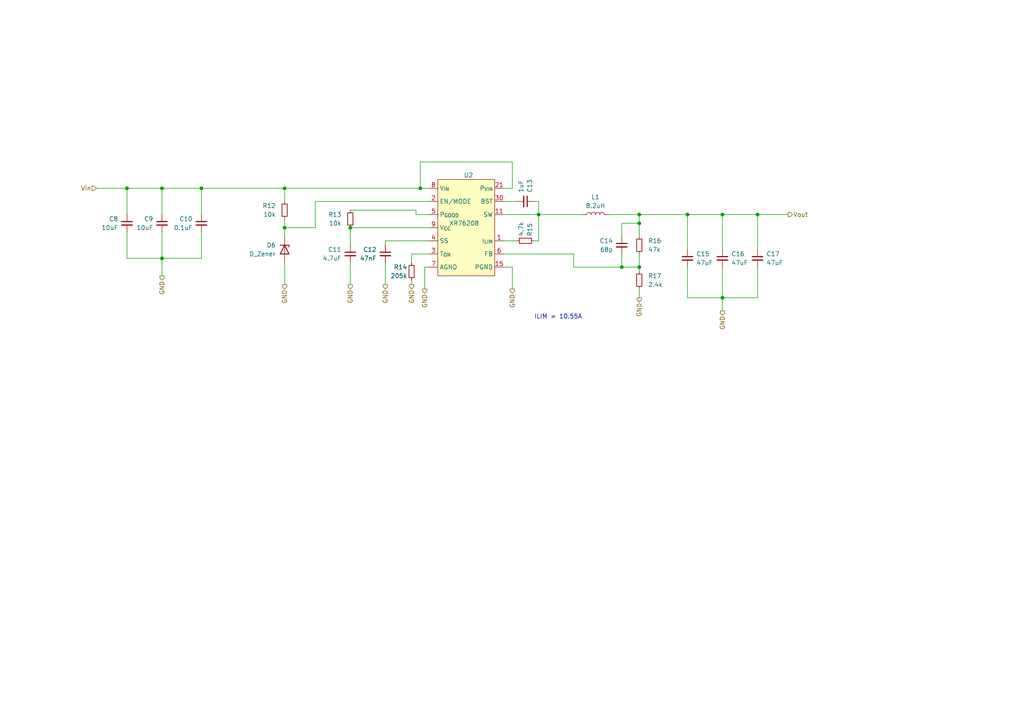
<source format=kicad_sch>
(kicad_sch (version 20230121) (generator eeschema)
  (paper "A4")
  (lib_symbols
    (symbol "Device:C_Small" (pin_numbers hide) (pin_names (offset 0.254) hide)
      (property "Reference" "C" (at 0.254 1.778 0))
      (property "Value" "C_Small" (at 0.254 -2.032 0))
      (symbol "C_Small_0_1"
        (polyline (pts (xy -1.524 -0.508) (xy 1.524 -0.508)) (stroke (width 0.3302)))
        (polyline (pts (xy -1.524 0.508) (xy 1.524 0.508)) (stroke (width 0.3048)))
      )
      (symbol "C_Small_1_1"
        (pin passive line (at 0 2.54 270) (length 2.032) (name "~") (number "1"))
        (pin passive line (at 0 -2.54 90) (length 2.032) (name "~") (number "2"))
      )
    )
    (symbol "Device:D_Zener" (pin_numbers hide) (pin_names (offset 1.016) hide)
      (property "Reference" "D" (at 0 2.54 0))
      (property "Value" "D_Zener" (at 0 -2.54 0))
      (symbol "D_Zener_0_1"
        (polyline (pts (xy 1.27 0) (xy -1.27 0)))
        (polyline (pts (xy -1.27 -1.27) (xy -1.27 1.27) (xy -0.762 1.27)) (stroke (width 0.254)))
        (polyline (pts (xy 1.27 -1.27) (xy 1.27 1.27) (xy -1.27 0) (xy 1.27 -1.27)) (stroke (width 0.254)))
      )
      (symbol "D_Zener_1_1"
        (pin passive line (at -3.81 0 0) (length 2.54) (name "K") (number "1"))
        (pin passive line (at 3.81 0 180) (length 2.54) (name "A") (number "2"))
      )
    )
    (symbol "Device:L" (pin_numbers hide) (pin_names (offset 1.016) hide)
      (property "Reference" "L" (at -1.27 0 90))
      (property "Value" "L" (at 1.905 0 90))
      (symbol "L_0_1"
        (arc (start 0 -2.54) (mid 0.6323 -1.905) (end 0 -1.27))
        (arc (start 0 -1.27) (mid 0.6323 -0.635) (end 0 0))
        (arc (start 0 0) (mid 0.6323 0.635) (end 0 1.27))
        (arc (start 0 1.27) (mid 0.6323 1.905) (end 0 2.54))
      )
      (symbol "L_1_1"
        (pin passive line (at 0 3.81 270) (length 1.27) (name "1") (number "1"))
        (pin passive line (at 0 -3.81 90) (length 1.27) (name "2") (number "2"))
      )
    )
    (symbol "Device:R_Small" (pin_numbers hide) (pin_names (offset 0.254) hide)
      (property "Reference" "R" (at 0.762 0.508 0))
      (property "Value" "R_Small" (at 0.762 -1.016 0))
      (symbol "R_Small_0_1"
        (rectangle (start -0.762 1.778) (end 0.762 -1.778) (stroke (width 0.2032)))
      )
      (symbol "R_Small_1_1"
        (pin passive line (at 0 2.54 270) (length 0.762) (name "~") (number "1"))
        (pin passive line (at 0 -2.54 90) (length 0.762) (name "~") (number "2"))
      )
    )
    (symbol "RDC_generic:XR76208"
      (property "Reference" "U" (at 0 13.97 0))
      (symbol "XR76208_1_1"
        (rectangle (start -8.89 12.7) (end 7.62 -15.24) (fill (type background)))
        (pin input line (at 10.16 -5.08 180) (length 2.54) (name "I_{LIM}") (number "1"))
        (pin input line (at -11.43 -12.7 0) (length 2.54) hide (name "AGND") (number "10"))
        (pin input line (at 10.16 2.54 180) (length 2.54) (name "SW") (number "11"))
        (pin input line (at 10.16 2.54 180) (length 2.54) hide (name "SW") (number "12"))
        (pin input line (at 10.16 2.54 180) (length 2.54) hide (name "SW") (number "13"))
        (pin input line (at 10.16 2.54 180) (length 2.54) hide (name "SW") (number "14"))
        (pin input line (at 10.16 -12.7 180) (length 2.54) (name "PGND") (number "15"))
        (pin input line (at 10.16 -12.7 180) (length 2.54) hide (name "PGND") (number "16"))
        (pin input line (at 10.16 -12.7 180) (length 2.54) hide (name "PGND") (number "17"))
        (pin input line (at 10.16 -12.7 180) (length 2.54) hide (name "PGND") (number "18"))
        (pin input line (at 10.16 -12.7 180) (length 2.54) hide (name "PGND") (number "19"))
        (pin input line (at -11.43 6.35 0) (length 2.54) (name "EN/MODE") (number "2"))
        (pin no_connect line (at 10.16 -1.27 180) (length 2.54) hide (name "SW") (number "20"))
        (pin input line (at 10.16 10.16 180) (length 2.54) (name "P_{VIN}") (number "21"))
        (pin input line (at 10.16 10.16 180) (length 2.54) hide (name "P_{VIN}") (number "22"))
        (pin input line (at 10.16 10.16 180) (length 2.54) hide (name "P_{VIN}") (number "23"))
        (pin input line (at 10.16 10.16 180) (length 2.54) hide (name "P_{VIN}") (number "24"))
        (pin input line (at 10.16 10.16 180) (length 2.54) hide (name "P_{VIN}") (number "25"))
        (pin input line (at 10.16 10.16 180) (length 2.54) hide (name "P_{VIN}") (number "26"))
        (pin input line (at 10.16 10.16 180) (length 2.54) hide (name "P_{VIN}") (number "27"))
        (pin input line (at 10.16 10.16 180) (length 2.54) hide (name "P_{VIN}") (number "28"))
        (pin input line (at 10.16 2.54 180) (length 2.54) hide (name "SW") (number "29"))
        (pin input line (at -11.43 -8.89 0) (length 2.54) (name "T_{ON}") (number "3"))
        (pin input line (at 10.16 6.35 180) (length 2.54) (name "BST") (number "30"))
        (pin input line (at -11.43 -5.08 0) (length 2.54) (name "SS") (number "4"))
        (pin input line (at -11.43 2.54 0) (length 2.54) (name "P_{GOOD}") (number "5"))
        (pin input line (at 10.16 -8.89 180) (length 2.54) (name "FB") (number "6"))
        (pin input line (at -11.43 -12.7 0) (length 2.54) (name "AGND") (number "7"))
        (pin input line (at -11.43 10.16 0) (length 2.54) (name "V_{IN}") (number "8"))
        (pin input line (at -11.43 -1.27 0) (length 2.54) (name "V_{CC}") (number "9"))
        (pin input line (at -11.43 -12.7 0) (length 2.54) hide (name "AGND") (number "AGND"))
        (pin input line (at 10.16 -12.7 180) (length 2.54) hide (name "PGND") (number "PGND"))
        (pin input line (at 10.16 10.16 180) (length 2.54) hide (name "P_{VIN}") (number "PVIN"))
        (pin input line (at 10.16 2.54 180) (length 2.54) hide (name "SW") (number "SW"))
      )
    )
  )
  (junction (at 180.34 77.47))
  (junction (at 82.55 54.61))
  (junction (at 219.71 62.23))
  (junction (at 46.99 54.61))
  (junction (at 121.92 54.61))
  (junction (at 185.42 77.47))
  (junction (at 209.55 86.36))
  (junction (at 46.99 74.93))
  (junction (at 209.55 62.23))
  (junction (at 82.55 66.04))
  (junction (at 58.42 54.61))
  (junction (at 185.42 64.77))
  (junction (at 156.21 62.23))
  (junction (at 36.83 54.61))
  (junction (at 199.39 62.23))
  (junction (at 101.6 66.04))
  (junction (at 185.42 62.23))
  (wire (pts (xy 120.65 60.96) (xy 120.65 62.23)))
  (wire (pts (xy 180.34 73.66) (xy 180.34 77.47)))
  (wire (pts (xy 166.37 77.47) (xy 180.34 77.47)))
  (wire (pts (xy 180.34 64.77) (xy 180.34 68.58)))
  (wire (pts (xy 27.94 54.61) (xy 36.83 54.61)))
  (wire (pts (xy 156.21 58.42) (xy 156.21 62.23)))
  (wire (pts (xy 185.42 83.82) (xy 185.42 86.36)))
  (wire (pts (xy 124.46 54.61) (xy 121.92 54.61)))
  (wire (pts (xy 185.42 64.77) (xy 185.42 68.58)))
  (wire (pts (xy 124.46 77.47) (xy 123.19 77.47)))
  (wire (pts (xy 82.55 66.04) (xy 91.44 66.04)))
  (wire (pts (xy 46.99 74.93) (xy 58.42 74.93)))
  (wire (pts (xy 154.94 58.42) (xy 156.21 58.42)))
  (wire (pts (xy 199.39 62.23) (xy 209.55 62.23)))
  (wire (pts (xy 219.71 77.47) (xy 219.71 86.36)))
  (wire (pts (xy 124.46 69.85) (xy 111.76 69.85)))
  (wire (pts (xy 185.42 62.23) (xy 176.53 62.23)))
  (wire (pts (xy 146.05 69.85) (xy 149.86 69.85)))
  (wire (pts (xy 58.42 54.61) (xy 58.42 62.23)))
  (wire (pts (xy 36.83 54.61) (xy 36.83 62.23)))
  (wire (pts (xy 123.19 77.47) (xy 123.19 83.82)))
  (wire (pts (xy 101.6 66.04) (xy 124.46 66.04)))
  (wire (pts (xy 111.76 76.2) (xy 111.76 82.55)))
  (wire (pts (xy 101.6 60.96) (xy 120.65 60.96)))
  (wire (pts (xy 185.42 62.23) (xy 185.42 64.77)))
  (wire (pts (xy 219.71 86.36) (xy 209.55 86.36)))
  (wire (pts (xy 119.38 81.28) (xy 119.38 82.55)))
  (wire (pts (xy 82.55 54.61) (xy 121.92 54.61)))
  (wire (pts (xy 58.42 54.61) (xy 82.55 54.61)))
  (wire (pts (xy 219.71 62.23) (xy 209.55 62.23)))
  (wire (pts (xy 209.55 86.36) (xy 199.39 86.36)))
  (wire (pts (xy 124.46 58.42) (xy 91.44 58.42)))
  (wire (pts (xy 82.55 68.58) (xy 82.55 66.04)))
  (wire (pts (xy 119.38 76.2) (xy 119.38 73.66)))
  (wire (pts (xy 58.42 74.93) (xy 58.42 67.31)))
  (wire (pts (xy 199.39 62.23) (xy 199.39 72.39)))
  (wire (pts (xy 46.99 54.61) (xy 58.42 54.61)))
  (wire (pts (xy 219.71 62.23) (xy 228.6 62.23)))
  (wire (pts (xy 146.05 58.42) (xy 149.86 58.42)))
  (wire (pts (xy 121.92 46.99) (xy 121.92 54.61)))
  (wire (pts (xy 111.76 69.85) (xy 111.76 71.12)))
  (wire (pts (xy 82.55 63.5) (xy 82.55 66.04)))
  (wire (pts (xy 180.34 64.77) (xy 185.42 64.77)))
  (wire (pts (xy 209.55 86.36) (xy 209.55 90.17)))
  (wire (pts (xy 82.55 76.2) (xy 82.55 82.55)))
  (wire (pts (xy 166.37 73.66) (xy 166.37 77.47)))
  (wire (pts (xy 82.55 54.61) (xy 82.55 58.42)))
  (wire (pts (xy 46.99 74.93) (xy 46.99 80.01)))
  (wire (pts (xy 146.05 54.61) (xy 148.59 54.61)))
  (wire (pts (xy 148.59 54.61) (xy 148.59 46.99)))
  (wire (pts (xy 36.83 74.93) (xy 46.99 74.93)))
  (wire (pts (xy 199.39 77.47) (xy 199.39 86.36)))
  (wire (pts (xy 148.59 46.99) (xy 121.92 46.99)))
  (wire (pts (xy 119.38 73.66) (xy 124.46 73.66)))
  (wire (pts (xy 154.94 69.85) (xy 156.21 69.85)))
  (wire (pts (xy 185.42 73.66) (xy 185.42 77.47)))
  (wire (pts (xy 46.99 54.61) (xy 46.99 62.23)))
  (wire (pts (xy 209.55 77.47) (xy 209.55 86.36)))
  (wire (pts (xy 101.6 76.2) (xy 101.6 82.55)))
  (wire (pts (xy 185.42 62.23) (xy 199.39 62.23)))
  (wire (pts (xy 46.99 67.31) (xy 46.99 74.93)))
  (wire (pts (xy 156.21 62.23) (xy 156.21 69.85)))
  (wire (pts (xy 36.83 67.31) (xy 36.83 74.93)))
  (wire (pts (xy 146.05 77.47) (xy 148.59 77.47)))
  (wire (pts (xy 219.71 72.39) (xy 219.71 62.23)))
  (wire (pts (xy 146.05 73.66) (xy 166.37 73.66)))
  (wire (pts (xy 91.44 58.42) (xy 91.44 66.04)))
  (wire (pts (xy 209.55 62.23) (xy 209.55 72.39)))
  (wire (pts (xy 36.83 54.61) (xy 46.99 54.61)))
  (wire (pts (xy 185.42 78.74) (xy 185.42 77.47)))
  (wire (pts (xy 101.6 71.12) (xy 101.6 66.04)))
  (wire (pts (xy 156.21 62.23) (xy 168.91 62.23)))
  (wire (pts (xy 120.65 62.23) (xy 124.46 62.23)))
  (wire (pts (xy 180.34 77.47) (xy 185.42 77.47)))
  (wire (pts (xy 148.59 77.47) (xy 148.59 83.82)))
  (wire (pts (xy 146.05 62.23) (xy 156.21 62.23)))
  (text "ILIM = 10.55A" (at 154.94 92.71 0) (effects (font (size 1.27 1.27)) (justify left bottom)))
  (hierarchical_label "GND" (shape output) (at 111.76 82.55 270))
  (hierarchical_label "GND" (shape output) (at 82.55 82.55 270))
  (hierarchical_label "GND" (shape output) (at 119.38 82.55 270))
  (hierarchical_label "GND" (shape output) (at 209.55 90.17 270))
  (hierarchical_label "GND" (shape output) (at 148.59 83.82 270))
  (hierarchical_label "GND" (shape output) (at 123.19 83.82 270))
  (hierarchical_label "Vout" (shape output) (at 228.6 62.23 0))
  (hierarchical_label "GND" (shape output) (at 101.6 82.55 270))
  (hierarchical_label "GND" (shape output) (at 185.42 86.36 270))
  (hierarchical_label "Vin" (shape input) (at 27.94 54.61 180))
  (hierarchical_label "GND" (shape output) (at 46.99 80.01 270))
  (symbol (lib_id "Device:C_Small") (at 219.71 74.93 0) (mirror y) (unit 1)
    (property "Reference" "C17" (at 222.25 73.6663 0) (effects (justify right)))
    (property "Value" "47uF" (at 222.25 76.2063 0) (effects (justify right)))
    (property "Footprint" "Capacitor_SMD:C_1210_3225Metric" (effects hide))
    (property "LCSC" "C90142" (effects hide))
  )
  (symbol (lib_id "Device:C_Small") (at 209.55 74.93 0) (mirror y) (unit 1)
    (property "Reference" "C16" (at 212.09 73.6663 0) (effects (justify right)))
    (property "Value" "47uF" (at 212.09 76.2063 0) (effects (justify right)))
    (property "Footprint" "Capacitor_SMD:C_1210_3225Metric" (effects hide))
    (property "LCSC" "C90142" (effects hide))
  )
  (symbol (lib_id "Device:C_Small") (at 199.39 74.93 0) (mirror y) (unit 1)
    (property "Reference" "C15" (at 201.93 73.6663 0) (effects (justify right)))
    (property "Value" "47uF" (at 201.93 76.2063 0) (effects (justify right)))
    (property "Footprint" "Capacitor_SMD:C_1210_3225Metric" (effects hide))
    (property "LCSC" "C90142" (effects hide))
  )
  (symbol (lib_id "Device:R_Small") (at 82.55 60.96 0) (unit 1)
    (property "Reference" "R12" (at 80.01 59.69 0) (effects (justify right)))
    (property "Value" "10k" (at 80.01 62.23 0) (effects (justify right)))
    (property "Footprint" "Resistor_SMD:R_0402_1005Metric" (effects hide))
    (property "LCSC" "C25744" (effects hide))
  )
  (symbol (lib_id "Device:R_Small") (at 185.42 81.28 0) (mirror y) (unit 1)
    (property "Reference" "R17" (at 187.96 80.01 0) (effects (justify right)))
    (property "Value" "2.4k" (at 187.96 82.55 0) (effects (justify right)))
    (property "Footprint" "Resistor_SMD:R_0402_1005Metric" (effects hide))
    (property "LCSC" "C25882" (effects hide))
  )
  (symbol (lib_id "Device:C_Small") (at 111.76 73.66 0) (unit 1)
    (property "Reference" "C12" (at 109.22 72.3963 0) (effects (justify right)))
    (property "Value" "47nF" (at 109.22 74.9363 0) (effects (justify right)))
    (property "Footprint" "Capacitor_SMD:C_0603_1608Metric" (effects hide))
    (property "LCSC" "C1622" (effects hide))
  )
  (symbol (lib_id "RDC_generic:XR76208") (at 135.89 64.77 0) (unit 1)
    (property "Reference" "U2" (at 135.89 50.8 0))
    (property "Value" "XR76208" (at 134.62 64.77 0))
    (property "Footprint" "RDC_generic:XR76208" (effects hide))
    (property "LCSC" "C555356" (effects hide))
    (property "FT Rotation Offset" "90" (effects hide))
  )
  (symbol (lib_id "Device:R_Small") (at 152.4 69.85 270) (unit 1)
    (property "Reference" "R15" (at 153.67 68.58 0) (effects (justify right)))
    (property "Value" "4.7k" (at 151.13 68.58 0) (effects (justify right)))
    (property "Footprint" "Resistor_SMD:R_0402_1005Metric" (effects hide))
    (property "LCSC" "C25900" (effects hide))
  )
  (symbol (lib_id "Device:C_Small") (at 36.83 64.77 0) (unit 1)
    (property "Reference" "C8" (at 34.29 63.5063 0) (effects (justify right)))
    (property "Value" "10uF" (at 34.29 66.0463 0) (effects (justify right)))
    (property "Footprint" "Capacitor_SMD:C_1210_3225Metric" (effects hide))
    (property "LCSC" "C337485" (effects hide))
  )
  (symbol (lib_id "Device:R_Small") (at 119.38 78.74 0) (unit 1)
    (property "Reference" "R14" (at 118.11 77.47 0) (effects (justify right)))
    (property "Value" "205k" (at 118.11 80.01 0) (effects (justify right)))
    (property "Footprint" "Resistor_SMD:R_0402_1005Metric" (effects hide))
    (property "LCSC" "C226887" (effects hide))
  )
  (symbol (lib_id "Device:D_Zener") (at 82.55 72.39 270) (unit 1)
    (property "Reference" "D6" (at 80.01 71.12 90) (effects (justify right)))
    (property "Value" "D_Zener" (at 80.01 73.66 90) (effects (justify right)))
    (property "Footprint" "Diode_SMD:D_SOD-123" (effects hide))
    (property "LCSC" "C19077392" (effects hide))
  )
  (symbol (lib_id "Device:R_Small") (at 185.42 71.12 0) (mirror y) (unit 1)
    (property "Reference" "R16" (at 187.96 69.85 0) (effects (justify right)))
    (property "Value" "47k" (at 187.96 72.39 0) (effects (justify right)))
    (property "Footprint" "Resistor_SMD:R_0402_1005Metric" (effects hide))
    (property "LCSC" "C25792" (effects hide))
  )
  (symbol (lib_id "Device:R_Small") (at 101.6 63.5 0) (unit 1)
    (property "Reference" "R13" (at 99.06 62.23 0) (effects (justify right)))
    (property "Value" "10k" (at 99.06 64.77 0) (effects (justify right)))
    (property "Footprint" "Resistor_SMD:R_0402_1005Metric" (effects hide))
    (property "LCSC" "C25744" (effects hide))
  )
  (symbol (lib_id "Device:L") (at 172.72 62.23 90) (unit 1)
    (property "Reference" "L1" (at 172.72 57.15 90))
    (property "Value" "8.2uH" (at 172.72 59.69 90))
    (property "Footprint" "Inductor_SMD:L_Sunlord_MWSA1004S" (effects hide))
    (property "LCSC" "C167232" (effects hide))
  )
  (symbol (lib_id "Device:C_Small") (at 152.4 58.42 270) (unit 1)
    (property "Reference" "C13" (at 153.6637 55.88 0) (effects (justify right)))
    (property "Value" "1uF" (at 151.1237 55.88 0) (effects (justify right)))
    (property "Footprint" "Capacitor_SMD:C_0603_1608Metric" (effects hide))
    (property "LCSC" "C15849" (effects hide))
  )
  (symbol (lib_id "Device:C_Small") (at 180.34 71.12 0) (unit 1)
    (property "Reference" "C14" (at 177.8 69.8563 0) (effects (justify right)))
    (property "Value" "68p" (at 177.8 72.3963 0) (effects (justify right)))
    (property "Footprint" "Capacitor_SMD:C_0603_1608Metric" (effects hide))
    (property "LCSC" "C28262" (effects hide))
  )
  (symbol (lib_id "Device:C_Small") (at 58.42 64.77 0) (unit 1)
    (property "Reference" "C10" (at 55.88 63.5063 0) (effects (justify right)))
    (property "Value" "0.1uF" (at 55.88 66.0463 0) (effects (justify right)))
    (property "Footprint" "Capacitor_SMD:C_0603_1608Metric" (effects hide))
    (property "LCSC" "C14663" (effects hide))
  )
  (symbol (lib_id "Device:C_Small") (at 46.99 64.77 0) (unit 1)
    (property "Reference" "C9" (at 44.45 63.5063 0) (effects (justify right)))
    (property "Value" "10uF" (at 44.45 66.0463 0) (effects (justify right)))
    (property "Footprint" "Capacitor_SMD:C_1210_3225Metric" (effects hide))
    (property "LCSC" "C337485" (effects hide))
  )
  (symbol (lib_id "Device:C_Small") (at 101.6 73.66 0) (unit 1)
    (property "Reference" "C11" (at 99.06 72.3963 0) (effects (justify right)))
    (property "Value" "4.7uF" (at 99.06 74.9363 0) (effects (justify right)))
    (property "Footprint" "Capacitor_SMD:C_0603_1608Metric" (effects hide))
    (property "LCSC" "C19666" (effects hide))
  )
)
</source>
